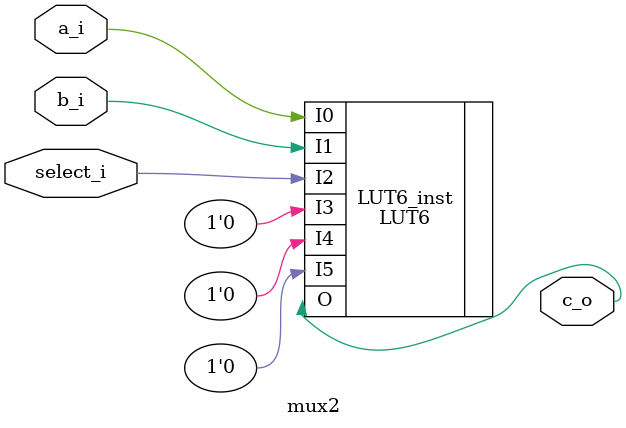
<source format=sv>
module mux2
  (input [0:0] a_i
  ,input [0:0] b_i
  ,input [0:0] select_i
  ,output [0:0] c_o);

   // For Lab 3, do not use _any_ behavioral verilog in this
   // module. You may use assign statments to connect wires, but not
   // to perform logic. 

   // Your code here:

  LUT6
    #(.INIT(64'b1100101011001010110010101100101011001010110010101100101011001010))
  LUT6_inst (
    .I0(a_i),
    .I1(b_i),
    .I2(select_i),
    .I3(1'b0),
    .I4(1'b0),
    .I5(1'b0),
    .O(c_o)
  );

endmodule

</source>
